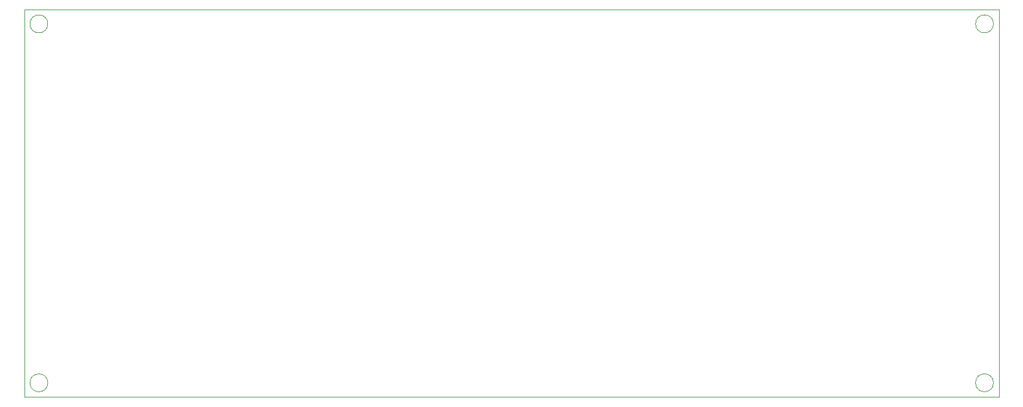
<source format=gm1>
G04 #@! TF.GenerationSoftware,KiCad,Pcbnew,(5.1.5)-3*
G04 #@! TF.CreationDate,2020-02-06T21:26:36+01:00*
G04 #@! TF.ProjectId,wemos-baseplate,77656d6f-732d-4626-9173-65706c617465,rev?*
G04 #@! TF.SameCoordinates,Original*
G04 #@! TF.FileFunction,Profile,NP*
%FSLAX46Y46*%
G04 Gerber Fmt 4.6, Leading zero omitted, Abs format (unit mm)*
G04 Created by KiCad (PCBNEW (5.1.5)-3) date 2020-02-06 21:26:36*
%MOMM*%
%LPD*%
G04 APERTURE LIST*
%ADD10C,0.050000*%
G04 APERTURE END LIST*
D10*
X68199000Y-71120000D02*
X206248000Y-71120000D01*
X68199000Y-126111000D02*
X68199000Y-71120000D01*
X206248000Y-126111000D02*
X68199000Y-126111000D01*
X206248000Y-71120000D02*
X206248000Y-126111000D01*
X205486000Y-124079000D02*
G75*
G03X205486000Y-124079000I-1270000J0D01*
G01*
X205486000Y-73152000D02*
G75*
G03X205486000Y-73152000I-1270000J0D01*
G01*
X71501000Y-124079000D02*
G75*
G03X71501000Y-124079000I-1270000J0D01*
G01*
X71501000Y-73152000D02*
G75*
G03X71501000Y-73152000I-1270000J0D01*
G01*
M02*

</source>
